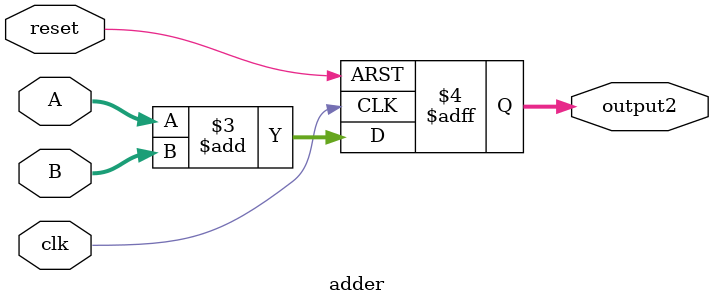
<source format=v>


`timescale 1ns/10ps

module adder (
    A,
    B,
    output2,
    clk,
    reset
);
// :param A:  input
// :param B: input
// :param output2: output
// :param clk:
// :param reset:
// :return:

input signed [15:0] A;
input signed [15:0] B;
output signed [15:0] output2;
reg signed [15:0] output2;
input clk;
input reset;




always @(posedge clk, negedge reset) begin: ADDER_SEQ
    if (reset == 0) begin
        output2 <= 0;
    end
    else begin
        output2 <= (A + B);
    end
end

endmodule

</source>
